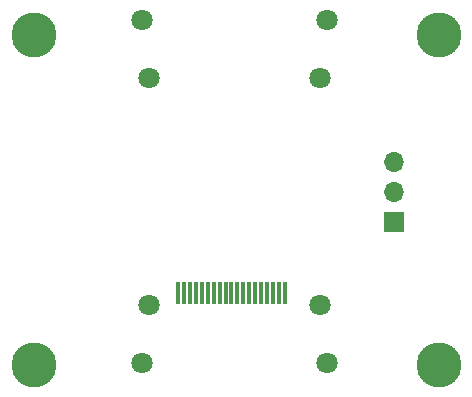
<source format=gbr>
%TF.GenerationSoftware,KiCad,Pcbnew,8.0.4*%
%TF.CreationDate,2024-07-29T14:13:33-07:00*%
%TF.ProjectId,hdmi,68646d69-2e6b-4696-9361-645f70636258,rev?*%
%TF.SameCoordinates,Original*%
%TF.FileFunction,Soldermask,Bot*%
%TF.FilePolarity,Negative*%
%FSLAX46Y46*%
G04 Gerber Fmt 4.6, Leading zero omitted, Abs format (unit mm)*
G04 Created by KiCad (PCBNEW 8.0.4) date 2024-07-29 14:13:33*
%MOMM*%
%LPD*%
G01*
G04 APERTURE LIST*
%ADD10C,1.800000*%
%ADD11C,3.800000*%
%ADD12R,1.700000X1.700000*%
%ADD13O,1.700000X1.700000*%
%ADD14R,0.300000X1.900000*%
G04 APERTURE END LIST*
D10*
%TO.C,J1*%
X148030000Y-86360000D03*
X147430000Y-91260000D03*
X132930000Y-91260000D03*
X132330000Y-86360000D03*
%TD*%
D11*
%TO.C,REF\u002A\u002A*%
X123190000Y-115570000D03*
%TD*%
%TO.C,REF\u002A\u002A*%
X123190000Y-87630000D03*
%TD*%
%TO.C,REF\u002A\u002A*%
X157480000Y-115570000D03*
%TD*%
%TO.C,REF\u002A\u002A*%
X157480000Y-87630000D03*
%TD*%
D12*
%TO.C,J3*%
X153720800Y-103490000D03*
D13*
X153720800Y-100950000D03*
X153720800Y-98410000D03*
%TD*%
D14*
%TO.C,J2*%
X135430000Y-109490000D03*
X135930000Y-109490000D03*
X136430000Y-109490000D03*
X136930000Y-109490000D03*
X137430000Y-109490000D03*
X137930000Y-109490000D03*
X138430000Y-109490000D03*
X138930000Y-109490000D03*
X139430000Y-109490000D03*
X139930000Y-109490000D03*
X140430000Y-109490000D03*
X140930000Y-109490000D03*
X141430000Y-109490000D03*
X141930000Y-109490000D03*
X142430000Y-109490000D03*
X142930000Y-109490000D03*
X143430000Y-109490000D03*
X143930000Y-109490000D03*
X144430000Y-109490000D03*
D10*
X148030000Y-115390000D03*
X147430000Y-110490000D03*
X132930000Y-110490000D03*
X132330000Y-115390000D03*
%TD*%
M02*

</source>
